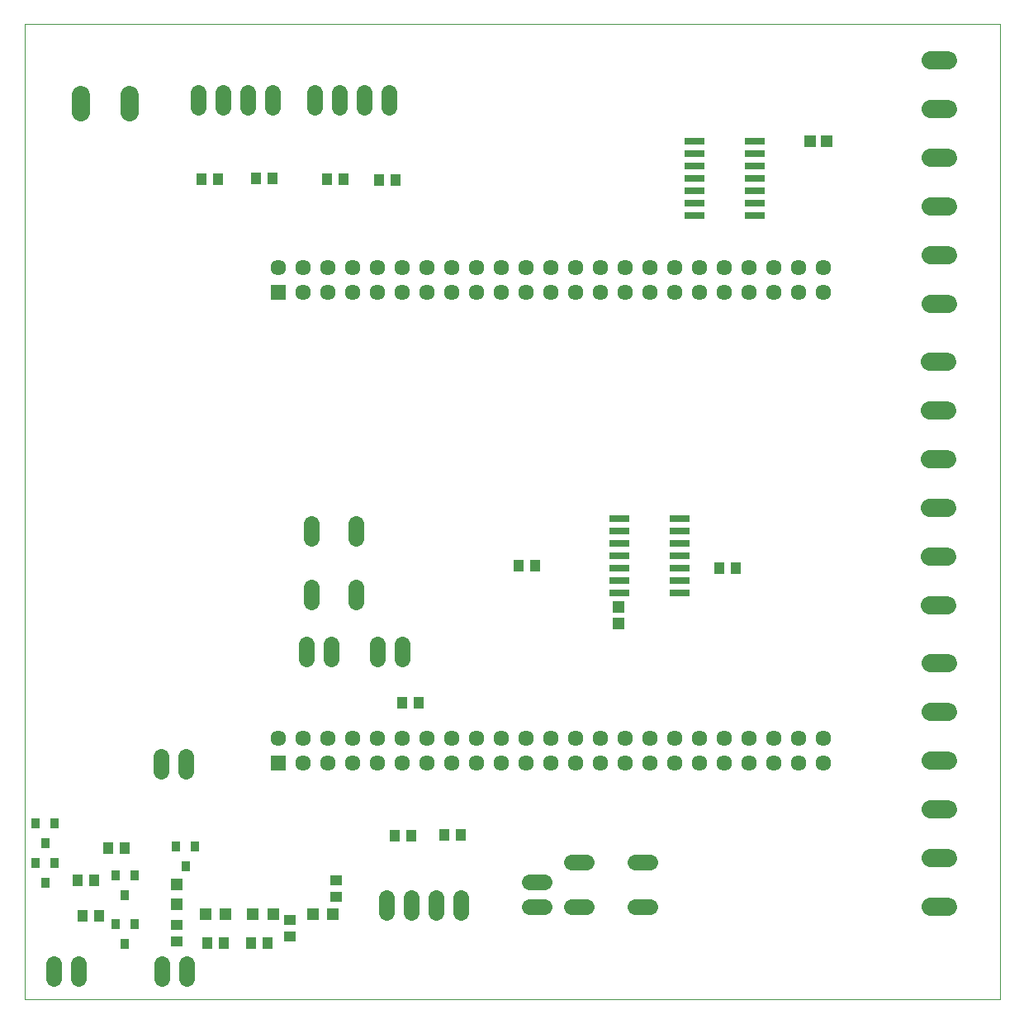
<source format=gts>
G75*
%MOIN*%
%OFA0B0*%
%FSLAX24Y24*%
%IPPOS*%
%LPD*%
%AMOC8*
5,1,8,0,0,1.08239X$1,22.5*
%
%ADD10C,0.0000*%
%ADD11R,0.0634X0.0634*%
%ADD12C,0.0634*%
%ADD13R,0.0350X0.0390*%
%ADD14R,0.0512X0.0512*%
%ADD15R,0.0473X0.0434*%
%ADD16R,0.0434X0.0473*%
%ADD17C,0.0640*%
%ADD18R,0.0840X0.0300*%
%ADD19R,0.0465X0.0453*%
%ADD20R,0.0453X0.0465*%
%ADD21C,0.0745*%
D10*
X000180Y000180D02*
X000180Y039550D01*
X039550Y039550D01*
X039550Y000180D01*
X000180Y000180D01*
D11*
X010436Y009745D03*
X010436Y028745D03*
D12*
X011436Y028745D03*
X011436Y029745D03*
X010436Y029745D03*
X012436Y029745D03*
X013436Y029745D03*
X013436Y028745D03*
X012436Y028745D03*
X014436Y028745D03*
X015436Y028745D03*
X015436Y029745D03*
X014436Y029745D03*
X016436Y029745D03*
X017436Y029745D03*
X017436Y028745D03*
X016436Y028745D03*
X018436Y028745D03*
X019436Y028745D03*
X019436Y029745D03*
X018436Y029745D03*
X020436Y029745D03*
X021436Y029745D03*
X021436Y028745D03*
X020436Y028745D03*
X022436Y028745D03*
X023436Y028745D03*
X023436Y029745D03*
X022436Y029745D03*
X024436Y029745D03*
X024436Y028745D03*
X025436Y028745D03*
X026436Y028745D03*
X026436Y029745D03*
X025436Y029745D03*
X027436Y029745D03*
X028436Y029745D03*
X028436Y028745D03*
X027436Y028745D03*
X029436Y028745D03*
X030436Y028745D03*
X030436Y029745D03*
X029436Y029745D03*
X031436Y029745D03*
X032436Y029745D03*
X032436Y028745D03*
X031436Y028745D03*
X031436Y010745D03*
X032436Y010745D03*
X032436Y009745D03*
X031436Y009745D03*
X030436Y009745D03*
X029436Y009745D03*
X029436Y010745D03*
X030436Y010745D03*
X028436Y010745D03*
X027436Y010745D03*
X027436Y009745D03*
X028436Y009745D03*
X026436Y009745D03*
X025436Y009745D03*
X025436Y010745D03*
X026436Y010745D03*
X024436Y010745D03*
X024436Y009745D03*
X023436Y009745D03*
X022436Y009745D03*
X022436Y010745D03*
X023436Y010745D03*
X021436Y010745D03*
X020436Y010745D03*
X020436Y009745D03*
X021436Y009745D03*
X019436Y009745D03*
X018436Y009745D03*
X018436Y010745D03*
X019436Y010745D03*
X017436Y010745D03*
X016436Y010745D03*
X016436Y009745D03*
X017436Y009745D03*
X015436Y009745D03*
X014436Y009745D03*
X014436Y010745D03*
X015436Y010745D03*
X013436Y010745D03*
X012436Y010745D03*
X012436Y009745D03*
X013436Y009745D03*
X011436Y009745D03*
X011436Y010745D03*
X010436Y010745D03*
D13*
X007066Y006367D03*
X006306Y006367D03*
X006686Y005567D03*
X004625Y005186D03*
X003865Y005186D03*
X004245Y004386D03*
X003865Y003218D03*
X004625Y003218D03*
X004245Y002418D03*
X001017Y004898D03*
X001397Y005698D03*
X000637Y005698D03*
X001017Y006512D03*
X001397Y007312D03*
X000637Y007312D03*
D14*
X006322Y004845D03*
X006322Y004019D03*
X007483Y003645D03*
X008310Y003645D03*
X009412Y003645D03*
X010239Y003645D03*
X011814Y003645D03*
X012641Y003645D03*
D15*
X012778Y004334D03*
X012778Y005003D03*
X010889Y003389D03*
X010889Y002719D03*
X006322Y002523D03*
X006322Y003192D03*
D16*
X007562Y002463D03*
X008231Y002463D03*
X009334Y002463D03*
X010003Y002463D03*
X015121Y006794D03*
X015790Y006794D03*
X017129Y006834D03*
X017798Y006834D03*
X016105Y012149D03*
X015436Y012149D03*
X020121Y017700D03*
X020790Y017700D03*
X028231Y017582D03*
X028900Y017582D03*
X015160Y033251D03*
X014491Y033251D03*
X013074Y033290D03*
X012404Y033290D03*
X010200Y033330D03*
X009530Y033330D03*
X007995Y033290D03*
X007326Y033290D03*
X004215Y006282D03*
X003546Y006282D03*
X002995Y004983D03*
X002326Y004983D03*
X002523Y003566D03*
X003192Y003566D03*
D17*
X002373Y001622D02*
X002373Y001022D01*
X001373Y001022D02*
X001373Y001622D01*
X005743Y001622D02*
X005743Y001022D01*
X006743Y001022D02*
X006743Y001622D01*
X006704Y009408D02*
X006704Y010008D01*
X005704Y010008D02*
X005704Y009408D01*
X011570Y013935D02*
X011570Y014535D01*
X012570Y014535D02*
X012570Y013935D01*
X014444Y013935D02*
X014444Y014535D01*
X015444Y014535D02*
X015444Y013935D01*
X013550Y016238D02*
X013550Y016838D01*
X011770Y016838D02*
X011770Y016238D01*
X011770Y018798D02*
X011770Y019398D01*
X013550Y019398D02*
X013550Y018798D01*
X022261Y005716D02*
X022861Y005716D01*
X021149Y004932D02*
X020549Y004932D01*
X020549Y003932D02*
X021149Y003932D01*
X022261Y003936D02*
X022861Y003936D01*
X024821Y003936D02*
X025421Y003936D01*
X025421Y005716D02*
X024821Y005716D01*
X017782Y004299D02*
X017782Y003699D01*
X016782Y003699D02*
X016782Y004299D01*
X015782Y004299D02*
X015782Y003699D01*
X014782Y003699D02*
X014782Y004299D01*
X014908Y036179D02*
X014908Y036779D01*
X013908Y036779D02*
X013908Y036179D01*
X012908Y036179D02*
X012908Y036779D01*
X011908Y036779D02*
X011908Y036179D01*
X010184Y036179D02*
X010184Y036779D01*
X009184Y036779D02*
X009184Y036179D01*
X008184Y036179D02*
X008184Y036779D01*
X007184Y036779D02*
X007184Y036179D01*
D18*
X024206Y019593D03*
X024206Y019093D03*
X024206Y018593D03*
X024206Y018093D03*
X024206Y017593D03*
X024206Y017093D03*
X024206Y016593D03*
X026626Y016593D03*
X026626Y017093D03*
X026626Y017593D03*
X026626Y018093D03*
X026626Y018593D03*
X026626Y019093D03*
X026626Y019593D03*
X027238Y031830D03*
X027238Y032330D03*
X027238Y032830D03*
X027238Y033330D03*
X027238Y033830D03*
X027238Y034330D03*
X027238Y034830D03*
X029658Y034830D03*
X029658Y034330D03*
X029658Y033830D03*
X029658Y033330D03*
X029658Y032830D03*
X029658Y032330D03*
X029658Y031830D03*
D19*
X024156Y016036D03*
X024156Y015347D03*
D20*
X031883Y034826D03*
X032572Y034826D03*
D21*
X036768Y034156D02*
X037473Y034156D01*
X037473Y032188D02*
X036768Y032188D01*
X036768Y030219D02*
X037473Y030219D01*
X037473Y028251D02*
X036768Y028251D01*
X036729Y025928D02*
X037434Y025928D01*
X037434Y023960D02*
X036729Y023960D01*
X036729Y021991D02*
X037434Y021991D01*
X037434Y020023D02*
X036729Y020023D01*
X036729Y018054D02*
X037434Y018054D01*
X037434Y016086D02*
X036729Y016086D01*
X036768Y013763D02*
X037473Y013763D01*
X037473Y011794D02*
X036768Y011794D01*
X036768Y009826D02*
X037473Y009826D01*
X037473Y007857D02*
X036768Y007857D01*
X036768Y005889D02*
X037473Y005889D01*
X037473Y003920D02*
X036768Y003920D01*
X036768Y036125D02*
X037473Y036125D01*
X037473Y038093D02*
X036768Y038093D01*
X004432Y036686D02*
X004432Y035981D01*
X002463Y035981D02*
X002463Y036686D01*
M02*

</source>
